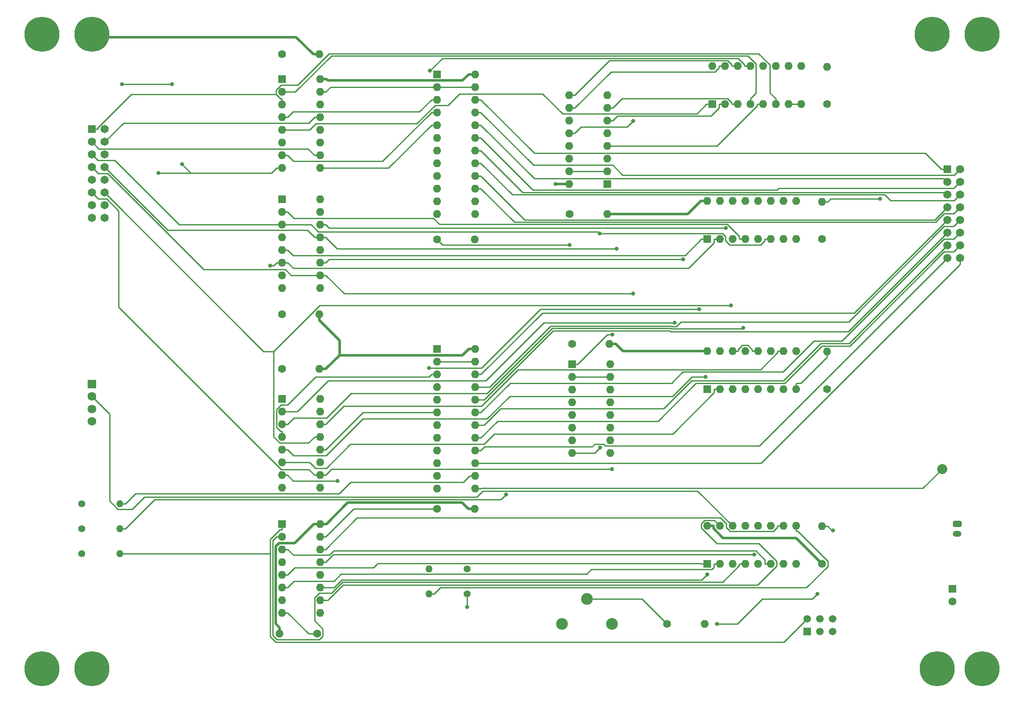
<source format=gbr>
%TF.GenerationSoftware,KiCad,Pcbnew,(5.1.10)-1*%
%TF.CreationDate,2021-10-27T19:24:49+02:00*%
%TF.ProjectId,Program Counter,50726f67-7261-46d2-9043-6f756e746572,rev1.0*%
%TF.SameCoordinates,Original*%
%TF.FileFunction,Copper,L1,Top*%
%TF.FilePolarity,Positive*%
%FSLAX46Y46*%
G04 Gerber Fmt 4.6, Leading zero omitted, Abs format (unit mm)*
G04 Created by KiCad (PCBNEW (5.1.10)-1) date 2021-10-27 19:24:49*
%MOMM*%
%LPD*%
G01*
G04 APERTURE LIST*
%TA.AperFunction,ComponentPad*%
%ADD10O,1.750000X1.200000*%
%TD*%
%TA.AperFunction,ComponentPad*%
%ADD11C,2.000000*%
%TD*%
%TA.AperFunction,ComponentPad*%
%ADD12C,1.500000*%
%TD*%
%TA.AperFunction,ComponentPad*%
%ADD13R,1.500000X1.500000*%
%TD*%
%TA.AperFunction,ComponentPad*%
%ADD14C,1.650000*%
%TD*%
%TA.AperFunction,ComponentPad*%
%ADD15R,1.650000X1.650000*%
%TD*%
%TA.AperFunction,ComponentPad*%
%ADD16C,7.000000*%
%TD*%
%TA.AperFunction,ComponentPad*%
%ADD17C,0.800000*%
%TD*%
%TA.AperFunction,ComponentPad*%
%ADD18C,1.600000*%
%TD*%
%TA.AperFunction,ComponentPad*%
%ADD19O,1.600000X1.600000*%
%TD*%
%TA.AperFunction,ComponentPad*%
%ADD20R,1.600000X1.600000*%
%TD*%
%TA.AperFunction,ComponentPad*%
%ADD21C,1.400000*%
%TD*%
%TA.AperFunction,ComponentPad*%
%ADD22O,1.400000X1.400000*%
%TD*%
%TA.AperFunction,ComponentPad*%
%ADD23C,2.340000*%
%TD*%
%TA.AperFunction,ComponentPad*%
%ADD24R,1.750000X1.750000*%
%TD*%
%TA.AperFunction,ComponentPad*%
%ADD25C,1.750000*%
%TD*%
%TA.AperFunction,ViaPad*%
%ADD26C,0.800000*%
%TD*%
%TA.AperFunction,Conductor*%
%ADD27C,0.254000*%
%TD*%
%TA.AperFunction,Conductor*%
%ADD28C,0.508000*%
%TD*%
G04 APERTURE END LIST*
D10*
%TO.P,J5,2*%
%TO.N,+5V*%
X229000000Y-125000000D03*
%TO.P,J5,1*%
%TO.N,GNDREF*%
%TA.AperFunction,ComponentPad*%
G36*
G01*
X228374999Y-122400000D02*
X229625001Y-122400000D01*
G75*
G02*
X229875000Y-122649999I0J-249999D01*
G01*
X229875000Y-123350001D01*
G75*
G02*
X229625001Y-123600000I-249999J0D01*
G01*
X228374999Y-123600000D01*
G75*
G02*
X228125000Y-123350001I0J249999D01*
G01*
X228125000Y-122649999D01*
G75*
G02*
X228374999Y-122400000I249999J0D01*
G01*
G37*
%TD.AperFunction*%
%TD*%
D11*
%TO.P,J4,1*%
%TO.N,CLK*%
X226000000Y-112000000D03*
%TD*%
D12*
%TO.P,J6,6*%
%TO.N,Net-(J6-Pad6)*%
X204080000Y-142000000D03*
%TO.P,J6,5*%
%TO.N,Net-(J6-Pad5)*%
X201540000Y-142000000D03*
%TO.P,J6,4*%
%TO.N,JMP_ABS*%
X199000000Y-142000000D03*
%TO.P,J6,3*%
%TO.N,~STALL*%
X204080000Y-144540000D03*
%TO.P,J6,2*%
%TO.N,REL_SIGN*%
X201540000Y-144540000D03*
D13*
%TO.P,J6,1*%
%TO.N,JMP_IN*%
X199000000Y-144540000D03*
%TD*%
D14*
%TO.P,J2,16*%
%TO.N,/OFF15*%
X58540000Y-61780000D03*
%TO.P,J2,15*%
%TO.N,/OFF14*%
X56000000Y-61780000D03*
%TO.P,J2,14*%
%TO.N,/OFF13*%
X58540000Y-59240000D03*
%TO.P,J2,13*%
%TO.N,/OFF12*%
X56000000Y-59240000D03*
%TO.P,J2,12*%
%TO.N,/OFF11*%
X58540000Y-56700000D03*
%TO.P,J2,11*%
%TO.N,/OFF10*%
X56000000Y-56700000D03*
%TO.P,J2,10*%
%TO.N,/OFF9*%
X58540000Y-54160000D03*
%TO.P,J2,9*%
%TO.N,/OFF8*%
X56000000Y-54160000D03*
%TO.P,J2,8*%
%TO.N,/OFF7*%
X58540000Y-51620000D03*
%TO.P,J2,7*%
%TO.N,/OFF6*%
X56000000Y-51620000D03*
%TO.P,J2,6*%
%TO.N,/OFF5*%
X58540000Y-49080000D03*
%TO.P,J2,5*%
%TO.N,/OFF4*%
X56000000Y-49080000D03*
%TO.P,J2,4*%
%TO.N,/OFF3*%
X58540000Y-46540000D03*
%TO.P,J2,3*%
%TO.N,/OFF2*%
X56000000Y-46540000D03*
%TO.P,J2,2*%
%TO.N,/OFF1*%
X58540000Y-44000000D03*
D15*
%TO.P,J2,1*%
%TO.N,/OFF0*%
X56000000Y-44000000D03*
%TD*%
D14*
%TO.P,J1,16*%
%TO.N,/O15*%
X229540000Y-69780000D03*
%TO.P,J1,15*%
%TO.N,/O14*%
X227000000Y-69780000D03*
%TO.P,J1,14*%
%TO.N,/O13*%
X229540000Y-67240000D03*
%TO.P,J1,13*%
%TO.N,/O12*%
X227000000Y-67240000D03*
%TO.P,J1,12*%
%TO.N,/O11*%
X229540000Y-64700000D03*
%TO.P,J1,11*%
%TO.N,/O10*%
X227000000Y-64700000D03*
%TO.P,J1,10*%
%TO.N,/O9*%
X229540000Y-62160000D03*
%TO.P,J1,9*%
%TO.N,/O8*%
X227000000Y-62160000D03*
%TO.P,J1,8*%
%TO.N,/O7*%
X229540000Y-59620000D03*
%TO.P,J1,7*%
%TO.N,/O6*%
X227000000Y-59620000D03*
%TO.P,J1,6*%
%TO.N,/O5*%
X229540000Y-57080000D03*
%TO.P,J1,5*%
%TO.N,/O4*%
X227000000Y-57080000D03*
%TO.P,J1,4*%
%TO.N,/O3*%
X229540000Y-54540000D03*
%TO.P,J1,3*%
%TO.N,/O2*%
X227000000Y-54540000D03*
%TO.P,J1,2*%
%TO.N,/O1*%
X229540000Y-52000000D03*
D15*
%TO.P,J1,1*%
%TO.N,/O0*%
X227000000Y-52000000D03*
%TD*%
D16*
%TO.P,H8,1*%
%TO.N,GNDREF*%
X56000000Y-152000000D03*
D17*
X58625000Y-152000000D03*
X57856155Y-153856155D03*
X56000000Y-154625000D03*
X54143845Y-153856155D03*
X53375000Y-152000000D03*
X54143845Y-150143845D03*
X56000000Y-149375000D03*
X57856155Y-150143845D03*
%TD*%
D16*
%TO.P,H7,1*%
%TO.N,GNDREF*%
X224000000Y-25000000D03*
D17*
X226625000Y-25000000D03*
X225856155Y-26856155D03*
X224000000Y-27625000D03*
X222143845Y-26856155D03*
X221375000Y-25000000D03*
X222143845Y-23143845D03*
X224000000Y-22375000D03*
X225856155Y-23143845D03*
%TD*%
D16*
%TO.P,H6,1*%
%TO.N,+5V*%
X56000000Y-25000000D03*
D17*
X58625000Y-25000000D03*
X57856155Y-26856155D03*
X56000000Y-27625000D03*
X54143845Y-26856155D03*
X53375000Y-25000000D03*
X54143845Y-23143845D03*
X56000000Y-22375000D03*
X57856155Y-23143845D03*
%TD*%
D16*
%TO.P,H5,1*%
%TO.N,+5V*%
X225000000Y-152000000D03*
D17*
X227625000Y-152000000D03*
X226856155Y-153856155D03*
X225000000Y-154625000D03*
X223143845Y-153856155D03*
X222375000Y-152000000D03*
X223143845Y-150143845D03*
X225000000Y-149375000D03*
X226856155Y-150143845D03*
%TD*%
D16*
%TO.P,H4,1*%
%TO.N,N/C*%
X234000000Y-25000000D03*
D17*
X236625000Y-25000000D03*
X235856155Y-26856155D03*
X234000000Y-27625000D03*
X232143845Y-26856155D03*
X231375000Y-25000000D03*
X232143845Y-23143845D03*
X234000000Y-22375000D03*
X235856155Y-23143845D03*
%TD*%
D16*
%TO.P,H3,1*%
%TO.N,N/C*%
X234000000Y-152000000D03*
D17*
X236625000Y-152000000D03*
X235856155Y-153856155D03*
X234000000Y-154625000D03*
X232143845Y-153856155D03*
X231375000Y-152000000D03*
X232143845Y-150143845D03*
X234000000Y-149375000D03*
X235856155Y-150143845D03*
%TD*%
D16*
%TO.P,H2,1*%
%TO.N,N/C*%
X46000000Y-152000000D03*
D17*
X48625000Y-152000000D03*
X47856155Y-153856155D03*
X46000000Y-154625000D03*
X44143845Y-153856155D03*
X43375000Y-152000000D03*
X44143845Y-150143845D03*
X46000000Y-149375000D03*
X47856155Y-150143845D03*
%TD*%
D16*
%TO.P,H1,1*%
%TO.N,N/C*%
X46000000Y-25000000D03*
D17*
X48625000Y-25000000D03*
X47856155Y-26856155D03*
X46000000Y-27625000D03*
X44143845Y-26856155D03*
X43375000Y-25000000D03*
X44143845Y-23143845D03*
X46000000Y-22375000D03*
X47856155Y-23143845D03*
%TD*%
D18*
%TO.P,C13,1*%
%TO.N,GNDREF*%
X152000000Y-87000000D03*
D19*
%TO.P,C13,2*%
%TO.N,+5V*%
X159500000Y-87000000D03*
%TD*%
D18*
%TO.P,C12,1*%
%TO.N,GNDREF*%
X151500000Y-61000000D03*
D19*
%TO.P,C12,2*%
%TO.N,+5V*%
X159000000Y-61000000D03*
%TD*%
D18*
%TO.P,C11,1*%
%TO.N,GNDREF*%
X101000000Y-145000000D03*
D19*
%TO.P,C11,2*%
%TO.N,+5V*%
X93500000Y-145000000D03*
%TD*%
D18*
%TO.P,C10,1*%
%TO.N,GNDREF*%
X94000000Y-92000000D03*
D19*
%TO.P,C10,2*%
%TO.N,+5V*%
X101500000Y-92000000D03*
%TD*%
D18*
%TO.P,C9,1*%
%TO.N,GNDREF*%
X94000000Y-81000000D03*
D19*
%TO.P,C9,2*%
%TO.N,+5V*%
X101500000Y-81000000D03*
%TD*%
D18*
%TO.P,C8,1*%
%TO.N,GNDREF*%
X94000000Y-29000000D03*
D19*
%TO.P,C8,2*%
%TO.N,+5V*%
X101500000Y-29000000D03*
%TD*%
D18*
%TO.P,C7,1*%
%TO.N,+5V*%
X202000000Y-131000000D03*
D19*
%TO.P,C7,2*%
%TO.N,GNDREF*%
X202000000Y-123500000D03*
%TD*%
D18*
%TO.P,C6,1*%
%TO.N,+5V*%
X203000000Y-96000000D03*
D19*
%TO.P,C6,2*%
%TO.N,GNDREF*%
X203000000Y-88500000D03*
%TD*%
D18*
%TO.P,C5,1*%
%TO.N,+5V*%
X202000000Y-66000000D03*
D19*
%TO.P,C5,2*%
%TO.N,GNDREF*%
X202000000Y-58500000D03*
%TD*%
D18*
%TO.P,C4,1*%
%TO.N,+5V*%
X203000000Y-39000000D03*
D19*
%TO.P,C4,2*%
%TO.N,GNDREF*%
X203000000Y-31500000D03*
%TD*%
D18*
%TO.P,C3,1*%
%TO.N,~PC_CLR*%
X171000000Y-143000000D03*
D19*
%TO.P,C3,2*%
%TO.N,GNDREF*%
X178500000Y-143000000D03*
%TD*%
D18*
%TO.P,C2,1*%
%TO.N,GNDREF*%
X125000000Y-120000000D03*
D19*
%TO.P,C2,2*%
%TO.N,+5V*%
X132500000Y-120000000D03*
%TD*%
D18*
%TO.P,C1,1*%
%TO.N,GNDREF*%
X125000000Y-66040000D03*
D19*
%TO.P,C1,2*%
%TO.N,+5V*%
X132500000Y-66040000D03*
%TD*%
D20*
%TO.P,REG8.2,1*%
%TO.N,GNDREF*%
X125000000Y-88000000D03*
D19*
%TO.P,REG8.2,13*%
%TO.N,CLK*%
X132620000Y-115940000D03*
%TO.P,REG8.2,2*%
%TO.N,GNDREF*%
X125000000Y-90540000D03*
%TO.P,REG8.2,14*%
%TO.N,~STALL*%
X132620000Y-113400000D03*
%TO.P,REG8.2,3*%
%TO.N,/N8*%
X125000000Y-93080000D03*
%TO.P,REG8.2,15*%
%TO.N,/O15*%
X132620000Y-110860000D03*
%TO.P,REG8.2,4*%
%TO.N,/N9*%
X125000000Y-95620000D03*
%TO.P,REG8.2,16*%
%TO.N,/O14*%
X132620000Y-108320000D03*
%TO.P,REG8.2,5*%
%TO.N,/N10*%
X125000000Y-98160000D03*
%TO.P,REG8.2,17*%
%TO.N,/O13*%
X132620000Y-105780000D03*
%TO.P,REG8.2,6*%
%TO.N,/N11*%
X125000000Y-100700000D03*
%TO.P,REG8.2,18*%
%TO.N,/O12*%
X132620000Y-103240000D03*
%TO.P,REG8.2,7*%
%TO.N,/N12*%
X125000000Y-103240000D03*
%TO.P,REG8.2,19*%
%TO.N,/O11*%
X132620000Y-100700000D03*
%TO.P,REG8.2,8*%
%TO.N,/N13*%
X125000000Y-105780000D03*
%TO.P,REG8.2,20*%
%TO.N,/O10*%
X132620000Y-98160000D03*
%TO.P,REG8.2,9*%
%TO.N,/N14*%
X125000000Y-108320000D03*
%TO.P,REG8.2,21*%
%TO.N,/O9*%
X132620000Y-95620000D03*
%TO.P,REG8.2,10*%
%TO.N,/N15*%
X125000000Y-110860000D03*
%TO.P,REG8.2,22*%
%TO.N,/O8*%
X132620000Y-93080000D03*
%TO.P,REG8.2,11*%
%TO.N,~PC_CLR*%
X125000000Y-113400000D03*
%TO.P,REG8.2,23*%
%TO.N,GNDREF*%
X132620000Y-90540000D03*
%TO.P,REG8.2,12*%
X125000000Y-115940000D03*
%TO.P,REG8.2,24*%
%TO.N,+5V*%
X132620000Y-88000000D03*
%TD*%
D20*
%TO.P,REG8.1,1*%
%TO.N,GNDREF*%
X125000000Y-33000000D03*
D19*
%TO.P,REG8.1,13*%
%TO.N,CLK*%
X132620000Y-60940000D03*
%TO.P,REG8.1,2*%
%TO.N,GNDREF*%
X125000000Y-35540000D03*
%TO.P,REG8.1,14*%
%TO.N,~STALL*%
X132620000Y-58400000D03*
%TO.P,REG8.1,3*%
%TO.N,/N0*%
X125000000Y-38080000D03*
%TO.P,REG8.1,15*%
%TO.N,/O7*%
X132620000Y-55860000D03*
%TO.P,REG8.1,4*%
%TO.N,/N1*%
X125000000Y-40620000D03*
%TO.P,REG8.1,16*%
%TO.N,/O6*%
X132620000Y-53320000D03*
%TO.P,REG8.1,5*%
%TO.N,/N2*%
X125000000Y-43160000D03*
%TO.P,REG8.1,17*%
%TO.N,/O5*%
X132620000Y-50780000D03*
%TO.P,REG8.1,6*%
%TO.N,/N3*%
X125000000Y-45700000D03*
%TO.P,REG8.1,18*%
%TO.N,/O4*%
X132620000Y-48240000D03*
%TO.P,REG8.1,7*%
%TO.N,/N4*%
X125000000Y-48240000D03*
%TO.P,REG8.1,19*%
%TO.N,/O3*%
X132620000Y-45700000D03*
%TO.P,REG8.1,8*%
%TO.N,/N5*%
X125000000Y-50780000D03*
%TO.P,REG8.1,20*%
%TO.N,/O2*%
X132620000Y-43160000D03*
%TO.P,REG8.1,9*%
%TO.N,/N6*%
X125000000Y-53320000D03*
%TO.P,REG8.1,21*%
%TO.N,/O1*%
X132620000Y-40620000D03*
%TO.P,REG8.1,10*%
%TO.N,/N7*%
X125000000Y-55860000D03*
%TO.P,REG8.1,22*%
%TO.N,/O0*%
X132620000Y-38080000D03*
%TO.P,REG8.1,11*%
%TO.N,~PC_CLR*%
X125000000Y-58400000D03*
%TO.P,REG8.1,23*%
%TO.N,GNDREF*%
X132620000Y-35540000D03*
%TO.P,REG8.1,12*%
X125000000Y-60940000D03*
%TO.P,REG8.1,24*%
%TO.N,+5V*%
X132620000Y-33000000D03*
%TD*%
D21*
%TO.P,R14,1*%
%TO.N,GNDREF*%
X54000000Y-124000000D03*
D22*
%TO.P,R14,2*%
%TO.N,JMP_IN*%
X61620000Y-124000000D03*
%TD*%
D21*
%TO.P,R10,1*%
%TO.N,GNDREF*%
X131000000Y-137000000D03*
D22*
%TO.P,R10,2*%
%TO.N,Net-(ADD4.4-Pad9)*%
X123380000Y-137000000D03*
%TD*%
D21*
%TO.P,R6,1*%
%TO.N,+5V*%
X131000000Y-132000000D03*
D22*
%TO.P,R6,2*%
%TO.N,Net-(POT1-Pad1)*%
X123380000Y-132000000D03*
%TD*%
D21*
%TO.P,R5,1*%
%TO.N,GNDREF*%
X54000000Y-119000000D03*
D22*
%TO.P,R5,2*%
%TO.N,~STALL*%
X61620000Y-119000000D03*
%TD*%
D21*
%TO.P,R4,1*%
%TO.N,GNDREF*%
X54000000Y-129000000D03*
D22*
%TO.P,R4,2*%
%TO.N,JMP_ABS*%
X61620000Y-129000000D03*
%TD*%
D23*
%TO.P,POT1,3*%
%TO.N,Net-(POT1-Pad3)*%
X160000000Y-143000000D03*
%TO.P,POT1,2*%
%TO.N,~PC_CLR*%
X155000000Y-138000000D03*
%TO.P,POT1,1*%
%TO.N,Net-(POT1-Pad1)*%
X150000000Y-143000000D03*
%TD*%
D20*
%TO.P,MUXB2,1*%
%TO.N,JMP_IN*%
X152000000Y-91000000D03*
D19*
%TO.P,MUXB2,9*%
%TO.N,/R6*%
X159620000Y-108780000D03*
%TO.P,MUXB2,2*%
%TO.N,GNDREF*%
X152000000Y-93540000D03*
%TO.P,MUXB2,10*%
%TO.N,/OFF6*%
X159620000Y-106240000D03*
%TO.P,MUXB2,3*%
%TO.N,/OFF4*%
X152000000Y-96080000D03*
%TO.P,MUXB2,11*%
%TO.N,GNDREF*%
X159620000Y-103700000D03*
%TO.P,MUXB2,4*%
%TO.N,/R4*%
X152000000Y-98620000D03*
%TO.P,MUXB2,12*%
%TO.N,/R7*%
X159620000Y-101160000D03*
%TO.P,MUXB2,5*%
%TO.N,GNDREF*%
X152000000Y-101160000D03*
%TO.P,MUXB2,13*%
%TO.N,/OFF7*%
X159620000Y-98620000D03*
%TO.P,MUXB2,6*%
%TO.N,/OFF5*%
X152000000Y-103700000D03*
%TO.P,MUXB2,14*%
%TO.N,GNDREF*%
X159620000Y-96080000D03*
%TO.P,MUXB2,7*%
%TO.N,/R5*%
X152000000Y-106240000D03*
%TO.P,MUXB2,15*%
%TO.N,GNDREF*%
X159620000Y-93540000D03*
%TO.P,MUXB2,8*%
X152000000Y-108780000D03*
%TO.P,MUXB2,16*%
%TO.N,+5V*%
X159620000Y-91000000D03*
%TD*%
D20*
%TO.P,MUXB1,1*%
%TO.N,JMP_IN*%
X159000000Y-55000000D03*
D19*
%TO.P,MUXB1,9*%
%TO.N,/R2*%
X151380000Y-37220000D03*
%TO.P,MUXB1,2*%
%TO.N,GNDREF*%
X159000000Y-52460000D03*
%TO.P,MUXB1,10*%
%TO.N,/OFF2*%
X151380000Y-39760000D03*
%TO.P,MUXB1,3*%
%TO.N,/OFF0*%
X159000000Y-49920000D03*
%TO.P,MUXB1,11*%
%TO.N,GNDREF*%
X151380000Y-42300000D03*
%TO.P,MUXB1,4*%
%TO.N,/R0*%
X159000000Y-47380000D03*
%TO.P,MUXB1,12*%
%TO.N,/R3*%
X151380000Y-44840000D03*
%TO.P,MUXB1,5*%
%TO.N,+5V*%
X159000000Y-44840000D03*
%TO.P,MUXB1,13*%
%TO.N,/OFF3*%
X151380000Y-47380000D03*
%TO.P,MUXB1,6*%
%TO.N,/OFF1*%
X159000000Y-42300000D03*
%TO.P,MUXB1,14*%
%TO.N,GNDREF*%
X151380000Y-49920000D03*
%TO.P,MUXB1,7*%
%TO.N,/R1*%
X159000000Y-39760000D03*
%TO.P,MUXB1,15*%
%TO.N,GNDREF*%
X151380000Y-52460000D03*
%TO.P,MUXB1,8*%
X159000000Y-37220000D03*
%TO.P,MUXB1,16*%
%TO.N,+5V*%
X151380000Y-55000000D03*
%TD*%
D20*
%TO.P,MUXA4,1*%
%TO.N,JMP_ABS*%
X94000000Y-123000000D03*
D19*
%TO.P,MUXA4,9*%
%TO.N,/N14*%
X101620000Y-140780000D03*
%TO.P,MUXA4,2*%
%TO.N,/S12*%
X94000000Y-125540000D03*
%TO.P,MUXA4,10*%
%TO.N,/OFF14*%
X101620000Y-138240000D03*
%TO.P,MUXA4,3*%
%TO.N,/OFF12*%
X94000000Y-128080000D03*
%TO.P,MUXA4,11*%
%TO.N,/S14*%
X101620000Y-135700000D03*
%TO.P,MUXA4,4*%
%TO.N,/N12*%
X94000000Y-130620000D03*
%TO.P,MUXA4,12*%
%TO.N,/N15*%
X101620000Y-133160000D03*
%TO.P,MUXA4,5*%
%TO.N,/S13*%
X94000000Y-133160000D03*
%TO.P,MUXA4,13*%
%TO.N,/OFF15*%
X101620000Y-130620000D03*
%TO.P,MUXA4,6*%
%TO.N,/OFF13*%
X94000000Y-135700000D03*
%TO.P,MUXA4,14*%
%TO.N,/S15*%
X101620000Y-128080000D03*
%TO.P,MUXA4,7*%
%TO.N,/N13*%
X94000000Y-138240000D03*
%TO.P,MUXA4,15*%
%TO.N,GNDREF*%
X101620000Y-125540000D03*
%TO.P,MUXA4,8*%
X94000000Y-140780000D03*
%TO.P,MUXA4,16*%
%TO.N,+5V*%
X101620000Y-123000000D03*
%TD*%
D20*
%TO.P,MUXA3,1*%
%TO.N,JMP_ABS*%
X94000000Y-98000000D03*
D19*
%TO.P,MUXA3,9*%
%TO.N,/N10*%
X101620000Y-115780000D03*
%TO.P,MUXA3,2*%
%TO.N,/S8*%
X94000000Y-100540000D03*
%TO.P,MUXA3,10*%
%TO.N,/OFF10*%
X101620000Y-113240000D03*
%TO.P,MUXA3,3*%
%TO.N,/OFF8*%
X94000000Y-103080000D03*
%TO.P,MUXA3,11*%
%TO.N,/S10*%
X101620000Y-110700000D03*
%TO.P,MUXA3,4*%
%TO.N,/N8*%
X94000000Y-105620000D03*
%TO.P,MUXA3,12*%
%TO.N,/N11*%
X101620000Y-108160000D03*
%TO.P,MUXA3,5*%
%TO.N,/S9*%
X94000000Y-108160000D03*
%TO.P,MUXA3,13*%
%TO.N,/OFF11*%
X101620000Y-105620000D03*
%TO.P,MUXA3,6*%
%TO.N,/OFF9*%
X94000000Y-110700000D03*
%TO.P,MUXA3,14*%
%TO.N,/S11*%
X101620000Y-103080000D03*
%TO.P,MUXA3,7*%
%TO.N,/N9*%
X94000000Y-113240000D03*
%TO.P,MUXA3,15*%
%TO.N,GNDREF*%
X101620000Y-100540000D03*
%TO.P,MUXA3,8*%
X94000000Y-115780000D03*
%TO.P,MUXA3,16*%
%TO.N,+5V*%
X101620000Y-98000000D03*
%TD*%
D20*
%TO.P,MUXA2,1*%
%TO.N,JMP_ABS*%
X94000000Y-58000000D03*
D19*
%TO.P,MUXA2,9*%
%TO.N,/N6*%
X101620000Y-75780000D03*
%TO.P,MUXA2,2*%
%TO.N,/S4*%
X94000000Y-60540000D03*
%TO.P,MUXA2,10*%
%TO.N,/OFF6*%
X101620000Y-73240000D03*
%TO.P,MUXA2,3*%
%TO.N,/OFF4*%
X94000000Y-63080000D03*
%TO.P,MUXA2,11*%
%TO.N,/S6*%
X101620000Y-70700000D03*
%TO.P,MUXA2,4*%
%TO.N,/N4*%
X94000000Y-65620000D03*
%TO.P,MUXA2,12*%
%TO.N,/N7*%
X101620000Y-68160000D03*
%TO.P,MUXA2,5*%
%TO.N,/S5*%
X94000000Y-68160000D03*
%TO.P,MUXA2,13*%
%TO.N,/OFF7*%
X101620000Y-65620000D03*
%TO.P,MUXA2,6*%
%TO.N,/OFF5*%
X94000000Y-70700000D03*
%TO.P,MUXA2,14*%
%TO.N,/S7*%
X101620000Y-63080000D03*
%TO.P,MUXA2,7*%
%TO.N,/N5*%
X94000000Y-73240000D03*
%TO.P,MUXA2,15*%
%TO.N,Net-(MUXA2-Pad15)*%
X101620000Y-60540000D03*
%TO.P,MUXA2,8*%
%TO.N,GNDREF*%
X94000000Y-75780000D03*
%TO.P,MUXA2,16*%
%TO.N,+5V*%
X101620000Y-58000000D03*
%TD*%
D20*
%TO.P,MUXA1,1*%
%TO.N,JMP_ABS*%
X94000000Y-34000000D03*
D19*
%TO.P,MUXA1,9*%
%TO.N,/N2*%
X101620000Y-51780000D03*
%TO.P,MUXA1,2*%
%TO.N,/S0*%
X94000000Y-36540000D03*
%TO.P,MUXA1,10*%
%TO.N,/OFF2*%
X101620000Y-49240000D03*
%TO.P,MUXA1,3*%
%TO.N,/OFF0*%
X94000000Y-39080000D03*
%TO.P,MUXA1,11*%
%TO.N,/S2*%
X101620000Y-46700000D03*
%TO.P,MUXA1,4*%
%TO.N,/N0*%
X94000000Y-41620000D03*
%TO.P,MUXA1,12*%
%TO.N,/N3*%
X101620000Y-44160000D03*
%TO.P,MUXA1,5*%
%TO.N,/S1*%
X94000000Y-44160000D03*
%TO.P,MUXA1,13*%
%TO.N,/OFF3*%
X101620000Y-41620000D03*
%TO.P,MUXA1,6*%
%TO.N,/OFF1*%
X94000000Y-46700000D03*
%TO.P,MUXA1,14*%
%TO.N,/S3*%
X101620000Y-39080000D03*
%TO.P,MUXA1,7*%
%TO.N,/N1*%
X94000000Y-49240000D03*
%TO.P,MUXA1,15*%
%TO.N,GNDREF*%
X101620000Y-36540000D03*
%TO.P,MUXA1,8*%
X94000000Y-51780000D03*
%TO.P,MUXA1,16*%
%TO.N,+5V*%
X101620000Y-34000000D03*
%TD*%
D24*
%TO.P,J3,1*%
%TO.N,JMP_IN*%
X56000000Y-95000000D03*
D25*
%TO.P,J3,2*%
%TO.N,REL_SIGN*%
X56000000Y-97500000D03*
%TO.P,J3,3*%
%TO.N,~STALL*%
X56000000Y-100000000D03*
%TO.P,J3,4*%
%TO.N,JMP_ABS*%
X56000000Y-102500000D03*
%TD*%
D20*
%TO.P,C_BOARD1,1*%
%TO.N,+5V*%
X228000000Y-136000000D03*
D18*
%TO.P,C_BOARD1,2*%
%TO.N,GNDREF*%
X228000000Y-138500000D03*
%TD*%
D20*
%TO.P,ADD4.2,1*%
%TO.N,/S5*%
X179000000Y-66000000D03*
D19*
%TO.P,ADD4.2,9*%
%TO.N,Net-(ADD4.2-Pad9)*%
X196780000Y-58380000D03*
%TO.P,ADD4.2,2*%
%TO.N,/OFF5*%
X181540000Y-66000000D03*
%TO.P,ADD4.2,10*%
%TO.N,/S7*%
X194240000Y-58380000D03*
%TO.P,ADD4.2,3*%
%TO.N,/R5*%
X184080000Y-66000000D03*
%TO.P,ADD4.2,11*%
%TO.N,/OFF7*%
X191700000Y-58380000D03*
%TO.P,ADD4.2,4*%
%TO.N,/S4*%
X186620000Y-66000000D03*
%TO.P,ADD4.2,12*%
%TO.N,/R7*%
X189160000Y-58380000D03*
%TO.P,ADD4.2,5*%
%TO.N,/R4*%
X189160000Y-66000000D03*
%TO.P,ADD4.2,13*%
%TO.N,/S6*%
X186620000Y-58380000D03*
%TO.P,ADD4.2,6*%
%TO.N,/OFF4*%
X191700000Y-66000000D03*
%TO.P,ADD4.2,14*%
%TO.N,/R6*%
X184080000Y-58380000D03*
%TO.P,ADD4.2,7*%
%TO.N,Net-(ADD4.1-Pad9)*%
X194240000Y-66000000D03*
%TO.P,ADD4.2,15*%
%TO.N,/OFF6*%
X181540000Y-58380000D03*
%TO.P,ADD4.2,8*%
%TO.N,GNDREF*%
X196780000Y-66000000D03*
%TO.P,ADD4.2,16*%
%TO.N,+5V*%
X179000000Y-58380000D03*
%TD*%
D20*
%TO.P,ADD4.1,1*%
%TO.N,/S1*%
X180000000Y-39000000D03*
D19*
%TO.P,ADD4.1,9*%
%TO.N,Net-(ADD4.1-Pad9)*%
X197780000Y-31380000D03*
%TO.P,ADD4.1,2*%
%TO.N,/OFF1*%
X182540000Y-39000000D03*
%TO.P,ADD4.1,10*%
%TO.N,/S3*%
X195240000Y-31380000D03*
%TO.P,ADD4.1,3*%
%TO.N,/R1*%
X185080000Y-39000000D03*
%TO.P,ADD4.1,11*%
%TO.N,/OFF3*%
X192700000Y-31380000D03*
%TO.P,ADD4.1,4*%
%TO.N,/S0*%
X187620000Y-39000000D03*
%TO.P,ADD4.1,12*%
%TO.N,/R3*%
X190160000Y-31380000D03*
%TO.P,ADD4.1,5*%
%TO.N,/R0*%
X190160000Y-39000000D03*
%TO.P,ADD4.1,13*%
%TO.N,/S2*%
X187620000Y-31380000D03*
%TO.P,ADD4.1,6*%
%TO.N,/OFF0*%
X192700000Y-39000000D03*
%TO.P,ADD4.1,14*%
%TO.N,/R2*%
X185080000Y-31380000D03*
%TO.P,ADD4.1,7*%
%TO.N,GNDREF*%
X195240000Y-39000000D03*
%TO.P,ADD4.1,15*%
%TO.N,/OFF2*%
X182540000Y-31380000D03*
%TO.P,ADD4.1,8*%
%TO.N,GNDREF*%
X197780000Y-39000000D03*
%TO.P,ADD4.1,16*%
%TO.N,+5V*%
X180000000Y-31380000D03*
%TD*%
D20*
%TO.P,ADD4.3,1*%
%TO.N,/S9*%
X179000000Y-96000000D03*
D19*
%TO.P,ADD4.3,9*%
%TO.N,Net-(ADD4.3-Pad9)*%
X196780000Y-88380000D03*
%TO.P,ADD4.3,2*%
%TO.N,/OFF9*%
X181540000Y-96000000D03*
%TO.P,ADD4.3,10*%
%TO.N,/S11*%
X194240000Y-88380000D03*
%TO.P,ADD4.3,3*%
%TO.N,REL_SIGN*%
X184080000Y-96000000D03*
%TO.P,ADD4.3,11*%
%TO.N,/OFF11*%
X191700000Y-88380000D03*
%TO.P,ADD4.3,4*%
%TO.N,/S8*%
X186620000Y-96000000D03*
%TO.P,ADD4.3,12*%
%TO.N,REL_SIGN*%
X189160000Y-88380000D03*
%TO.P,ADD4.3,5*%
X189160000Y-96000000D03*
%TO.P,ADD4.3,13*%
%TO.N,/S10*%
X186620000Y-88380000D03*
%TO.P,ADD4.3,6*%
%TO.N,/OFF8*%
X191700000Y-96000000D03*
%TO.P,ADD4.3,14*%
%TO.N,REL_SIGN*%
X184080000Y-88380000D03*
%TO.P,ADD4.3,7*%
%TO.N,Net-(ADD4.2-Pad9)*%
X194240000Y-96000000D03*
%TO.P,ADD4.3,15*%
%TO.N,/OFF10*%
X181540000Y-88380000D03*
%TO.P,ADD4.3,8*%
%TO.N,GNDREF*%
X196780000Y-96000000D03*
%TO.P,ADD4.3,16*%
%TO.N,+5V*%
X179000000Y-88380000D03*
%TD*%
D20*
%TO.P,ADD4.4,1*%
%TO.N,/S13*%
X179000000Y-131000000D03*
D19*
%TO.P,ADD4.4,9*%
%TO.N,Net-(ADD4.4-Pad9)*%
X196780000Y-123380000D03*
%TO.P,ADD4.4,2*%
%TO.N,/OFF13*%
X181540000Y-131000000D03*
%TO.P,ADD4.4,10*%
%TO.N,/S15*%
X194240000Y-123380000D03*
%TO.P,ADD4.4,3*%
%TO.N,REL_SIGN*%
X184080000Y-131000000D03*
%TO.P,ADD4.4,11*%
%TO.N,/OFF15*%
X191700000Y-123380000D03*
%TO.P,ADD4.4,4*%
%TO.N,/S12*%
X186620000Y-131000000D03*
%TO.P,ADD4.4,12*%
%TO.N,REL_SIGN*%
X189160000Y-123380000D03*
%TO.P,ADD4.4,5*%
X189160000Y-131000000D03*
%TO.P,ADD4.4,13*%
%TO.N,/S14*%
X186620000Y-123380000D03*
%TO.P,ADD4.4,6*%
%TO.N,/OFF12*%
X191700000Y-131000000D03*
%TO.P,ADD4.4,14*%
%TO.N,REL_SIGN*%
X184080000Y-123380000D03*
%TO.P,ADD4.4,7*%
%TO.N,Net-(ADD4.3-Pad9)*%
X194240000Y-131000000D03*
%TO.P,ADD4.4,15*%
%TO.N,/OFF14*%
X181540000Y-123380000D03*
%TO.P,ADD4.4,8*%
%TO.N,GNDREF*%
X196780000Y-131000000D03*
%TO.P,ADD4.4,16*%
%TO.N,+5V*%
X179000000Y-123380000D03*
%TD*%
D26*
%TO.N,/OFF15*%
X188434500Y-129143000D03*
%TO.N,/S14*%
X179026300Y-133070800D03*
%TO.N,+5V*%
X148674500Y-55000000D03*
%TO.N,/S9*%
X178646500Y-93577700D03*
%TO.N,/OFF11*%
X183728100Y-79280800D03*
%TO.N,/S8*%
X172504800Y-82771700D03*
%TO.N,/S10*%
X123384900Y-91810000D03*
X177449500Y-80055000D03*
%TO.N,/OFF8*%
X186195600Y-83775400D03*
%TO.N,/OFF10*%
X159935700Y-112063400D03*
%TO.N,/R3*%
X164180900Y-42370900D03*
%TO.N,/S2*%
X123585000Y-32272500D03*
%TO.N,/OFF5*%
X91602900Y-71293600D03*
%TO.N,/S7*%
X182744900Y-63772000D03*
%TO.N,/OFF7*%
X160869500Y-67932600D03*
%TO.N,/S6*%
X174196100Y-70039600D03*
%TO.N,/OFF4*%
X157489600Y-64855800D03*
%TO.N,/OFF6*%
X164219000Y-76926300D03*
%TO.N,JMP_IN*%
X138773000Y-117138700D03*
X160061100Y-85083000D03*
%TO.N,/N9*%
X105125300Y-114367400D03*
%TO.N,GNDREF*%
X213536000Y-57938500D03*
X131000000Y-139652000D03*
X204139700Y-124293800D03*
X157572800Y-107729000D03*
X151500000Y-67169600D03*
X181000000Y-143000000D03*
X201000000Y-137000000D03*
X69283900Y-52761500D03*
X74000000Y-51000000D03*
X72000000Y-35000000D03*
X62000000Y-35000000D03*
%TD*%
D27*
%TO.N,/S13*%
X94000000Y-133160000D02*
X95127300Y-133160000D01*
X179000000Y-131000000D02*
X177872700Y-131000000D01*
X177872700Y-131000000D02*
X177808000Y-130935300D01*
X177808000Y-130935300D02*
X113117100Y-130935300D01*
X113117100Y-130935300D02*
X112305000Y-131747400D01*
X112305000Y-131747400D02*
X96539900Y-131747400D01*
X96539900Y-131747400D02*
X95127300Y-133160000D01*
%TO.N,Net-(ADD4.4-Pad9)*%
X124407300Y-137000000D02*
X125661800Y-135745500D01*
X125661800Y-135745500D02*
X198859300Y-135745500D01*
X198859300Y-135745500D02*
X203131400Y-131473400D01*
X203131400Y-131473400D02*
X203131400Y-130508300D01*
X203131400Y-130508300D02*
X197130400Y-124507300D01*
X197130400Y-124507300D02*
X196780000Y-124507300D01*
X196780000Y-123380000D02*
X196780000Y-124507300D01*
X123380000Y-137000000D02*
X124407300Y-137000000D01*
%TO.N,/OFF13*%
X94000000Y-135700000D02*
X95127300Y-135700000D01*
X181540000Y-131000000D02*
X180412700Y-131000000D01*
X180412700Y-131000000D02*
X180412700Y-131704600D01*
X180412700Y-131704600D02*
X179990000Y-132127300D01*
X179990000Y-132127300D02*
X155836900Y-132127300D01*
X155836900Y-132127300D02*
X154936800Y-133027400D01*
X154936800Y-133027400D02*
X105817600Y-133027400D01*
X105817600Y-133027400D02*
X104415000Y-134430000D01*
X104415000Y-134430000D02*
X96397300Y-134430000D01*
X96397300Y-134430000D02*
X95127300Y-135700000D01*
%TO.N,/S15*%
X101620000Y-128080000D02*
X102747300Y-128080000D01*
X194240000Y-123380000D02*
X193112700Y-123380000D01*
X193112700Y-123380000D02*
X193112700Y-123661800D01*
X193112700Y-123661800D02*
X192267100Y-124507400D01*
X192267100Y-124507400D02*
X183609900Y-124507400D01*
X183609900Y-124507400D02*
X182810000Y-123707500D01*
X182810000Y-123707500D02*
X182810000Y-122979700D01*
X182810000Y-122979700D02*
X181620900Y-121790600D01*
X181620900Y-121790600D02*
X109036700Y-121790600D01*
X109036700Y-121790600D02*
X102747300Y-128080000D01*
%TO.N,REL_SIGN*%
X184080000Y-123380000D02*
X177111400Y-116411400D01*
X177111400Y-116411400D02*
X134160000Y-116411400D01*
X134160000Y-116411400D02*
X132977400Y-117594000D01*
X132977400Y-117594000D02*
X66501200Y-117594000D01*
X66501200Y-117594000D02*
X64028300Y-120066900D01*
X64028300Y-120066900D02*
X61199800Y-120066900D01*
X61199800Y-120066900D02*
X59546200Y-118413300D01*
X59546200Y-118413300D02*
X59546200Y-101046200D01*
X59546200Y-101046200D02*
X56000000Y-97500000D01*
X189160000Y-88380000D02*
X188032700Y-88380000D01*
X184080000Y-88380000D02*
X185207300Y-88380000D01*
X185207300Y-88380000D02*
X185207300Y-88098200D01*
X185207300Y-88098200D02*
X186053400Y-87252100D01*
X186053400Y-87252100D02*
X187138400Y-87252100D01*
X187138400Y-87252100D02*
X188032700Y-88146400D01*
X188032700Y-88146400D02*
X188032700Y-88380000D01*
%TO.N,/OFF15*%
X101620000Y-130620000D02*
X102747300Y-130620000D01*
X188434500Y-129143000D02*
X104224300Y-129143000D01*
X104224300Y-129143000D02*
X102747300Y-130620000D01*
%TO.N,/S12*%
X92872700Y-125540000D02*
X92112400Y-126300300D01*
X92112400Y-126300300D02*
X92112400Y-145273900D01*
X92112400Y-145273900D02*
X93019000Y-146180500D01*
X93019000Y-146180500D02*
X101444000Y-146180500D01*
X101444000Y-146180500D02*
X102156100Y-145468400D01*
X102156100Y-145468400D02*
X102156100Y-144044000D01*
X102156100Y-144044000D02*
X100492600Y-142380500D01*
X100492600Y-142380500D02*
X100492600Y-137766900D01*
X100492600Y-137766900D02*
X101432100Y-136827400D01*
X101432100Y-136827400D02*
X103945300Y-136827400D01*
X103945300Y-136827400D02*
X106107700Y-134665000D01*
X106107700Y-134665000D02*
X182109500Y-134665000D01*
X182109500Y-134665000D02*
X185492700Y-131281800D01*
X185492700Y-131281800D02*
X185492700Y-131000000D01*
X94000000Y-125540000D02*
X92872700Y-125540000D01*
X186620000Y-131000000D02*
X185492700Y-131000000D01*
%TO.N,/S14*%
X101620000Y-135700000D02*
X102747300Y-135700000D01*
X102747300Y-135700000D02*
X104430200Y-135700000D01*
X104430200Y-135700000D02*
X105958500Y-134171700D01*
X105958500Y-134171700D02*
X177925400Y-134171700D01*
X177925400Y-134171700D02*
X179026300Y-133070800D01*
%TO.N,/OFF12*%
X190572700Y-131000000D02*
X190572700Y-130244800D01*
X190572700Y-130244800D02*
X188720400Y-128392500D01*
X188720400Y-128392500D02*
X104332100Y-128392500D01*
X104332100Y-128392500D02*
X103503000Y-129221600D01*
X103503000Y-129221600D02*
X96268900Y-129221600D01*
X96268900Y-129221600D02*
X95127300Y-128080000D01*
X94000000Y-128080000D02*
X95127300Y-128080000D01*
X191700000Y-131000000D02*
X190572700Y-131000000D01*
%TO.N,/OFF14*%
X102747300Y-138240000D02*
X103175200Y-138240000D01*
X103175200Y-138240000D02*
X106182300Y-135232900D01*
X106182300Y-135232900D02*
X189091500Y-135232900D01*
X189091500Y-135232900D02*
X192873400Y-131451000D01*
X192873400Y-131451000D02*
X192873400Y-130507900D01*
X192873400Y-130507900D02*
X189307300Y-126941800D01*
X189307300Y-126941800D02*
X180959200Y-126941800D01*
X180959200Y-126941800D02*
X177829700Y-123812300D01*
X177829700Y-123812300D02*
X177829700Y-122940600D01*
X177829700Y-122940600D02*
X178525300Y-122245000D01*
X178525300Y-122245000D02*
X180405000Y-122245000D01*
X180405000Y-122245000D02*
X181540000Y-123380000D01*
X101620000Y-138240000D02*
X102747300Y-138240000D01*
D28*
%TO.N,+5V*%
X223143900Y-152768900D02*
X223143900Y-153856100D01*
X222375000Y-152000000D02*
X223143900Y-152768900D01*
X225000000Y-152000000D02*
X223912800Y-152000000D01*
X223912800Y-152000000D02*
X223143900Y-152768900D01*
X101620000Y-34000000D02*
X102874300Y-34000000D01*
X132620000Y-33000000D02*
X131365700Y-33000000D01*
X131365700Y-33000000D02*
X130111300Y-34254400D01*
X130111300Y-34254400D02*
X103128700Y-34254400D01*
X103128700Y-34254400D02*
X102874300Y-34000000D01*
X179000000Y-58380000D02*
X177745700Y-58380000D01*
X159000000Y-61000000D02*
X175125700Y-61000000D01*
X175125700Y-61000000D02*
X177745700Y-58380000D01*
X101500000Y-81000000D02*
X101500000Y-82254300D01*
X105500000Y-89254300D02*
X102754300Y-92000000D01*
X131365700Y-88000000D02*
X130111400Y-89254300D01*
X130111400Y-89254300D02*
X105500000Y-89254300D01*
X101500000Y-82254300D02*
X105500000Y-86254300D01*
X105500000Y-86254300D02*
X105500000Y-89254300D01*
X101500000Y-92000000D02*
X102754300Y-92000000D01*
X132620000Y-88000000D02*
X131365700Y-88000000D01*
X93500000Y-145000000D02*
X93500000Y-143745700D01*
X101620000Y-123000000D02*
X100365700Y-123000000D01*
X100365700Y-123000000D02*
X96555700Y-126810000D01*
X96555700Y-126810000D02*
X93457800Y-126810000D01*
X93457800Y-126810000D02*
X92726900Y-127540900D01*
X92726900Y-127540900D02*
X92726900Y-142972600D01*
X92726900Y-142972600D02*
X93500000Y-143745700D01*
X102247200Y-123000000D02*
X101620000Y-123000000D01*
X102874300Y-123000000D02*
X107134400Y-118739900D01*
X107134400Y-118739900D02*
X129985600Y-118739900D01*
X129985600Y-118739900D02*
X131245700Y-120000000D01*
X102247200Y-123000000D02*
X102874300Y-123000000D01*
X159500000Y-87000000D02*
X160754300Y-87000000D01*
X179000000Y-88380000D02*
X162134300Y-88380000D01*
X162134300Y-88380000D02*
X160754300Y-87000000D01*
X132500000Y-120000000D02*
X131245700Y-120000000D01*
X151380000Y-55000000D02*
X148674500Y-55000000D01*
X59168700Y-25543600D02*
X57856200Y-26856100D01*
X100245700Y-29000000D02*
X96789300Y-25543600D01*
X96789300Y-25543600D02*
X59168700Y-25543600D01*
X58625000Y-25000000D02*
X59168700Y-25543600D01*
X54143900Y-25768900D02*
X54143900Y-26856100D01*
X53375000Y-25000000D02*
X54143900Y-25768900D01*
X56000000Y-25000000D02*
X54912800Y-25000000D01*
X54912800Y-25000000D02*
X54143900Y-25768900D01*
X179000000Y-123380000D02*
X180254300Y-123380000D01*
X202000000Y-131000000D02*
X196827900Y-125827900D01*
X196827900Y-125827900D02*
X182182400Y-125827900D01*
X182182400Y-125827900D02*
X180254300Y-123899800D01*
X180254300Y-123899800D02*
X180254300Y-123380000D01*
X101500000Y-29000000D02*
X100245700Y-29000000D01*
X56000000Y-27625000D02*
X54912800Y-27625000D01*
X54912800Y-27625000D02*
X54143900Y-26856100D01*
X56000000Y-22375000D02*
X57087400Y-22375000D01*
X57087400Y-22375000D02*
X57856200Y-23143800D01*
X54143900Y-23143800D02*
X54912700Y-22375000D01*
X54912700Y-22375000D02*
X56000000Y-22375000D01*
X225000000Y-154625000D02*
X223912800Y-154625000D01*
X223912800Y-154625000D02*
X223143900Y-153856100D01*
X225000000Y-149375000D02*
X226087400Y-149375000D01*
X226087400Y-149375000D02*
X226856200Y-150143800D01*
X223143900Y-150143800D02*
X223912700Y-149375000D01*
X223912700Y-149375000D02*
X225000000Y-149375000D01*
D27*
%TO.N,/S9*%
X95127300Y-108160000D02*
X96317900Y-109350600D01*
X96317900Y-109350600D02*
X102841700Y-109350600D01*
X102841700Y-109350600D02*
X110222300Y-101970000D01*
X110222300Y-101970000D02*
X135017000Y-101970000D01*
X135017000Y-101970000D02*
X139527000Y-97460000D01*
X139527000Y-97460000D02*
X172102200Y-97460000D01*
X172102200Y-97460000D02*
X175984500Y-93577700D01*
X175984500Y-93577700D02*
X178646500Y-93577700D01*
X94000000Y-108160000D02*
X95127300Y-108160000D01*
%TO.N,/OFF9*%
X180412700Y-96000000D02*
X180412700Y-96704600D01*
X180412700Y-96704600D02*
X172147300Y-104970000D01*
X172147300Y-104970000D02*
X136454600Y-104970000D01*
X136454600Y-104970000D02*
X134374600Y-107050000D01*
X134374600Y-107050000D02*
X107671100Y-107050000D01*
X107671100Y-107050000D02*
X102887500Y-111833600D01*
X102887500Y-111833600D02*
X100667900Y-111833600D01*
X100667900Y-111833600D02*
X99534300Y-110700000D01*
X99534300Y-110700000D02*
X94000000Y-110700000D01*
X181540000Y-96000000D02*
X180412700Y-96000000D01*
%TO.N,/S11*%
X101620000Y-103080000D02*
X102747300Y-103080000D01*
X193112700Y-88380000D02*
X193112700Y-88661800D01*
X193112700Y-88661800D02*
X189647100Y-92127400D01*
X189647100Y-92127400D02*
X141189500Y-92127400D01*
X141189500Y-92127400D02*
X133886900Y-99430000D01*
X133886900Y-99430000D02*
X106397300Y-99430000D01*
X106397300Y-99430000D02*
X102747300Y-103080000D01*
X194240000Y-88380000D02*
X193112700Y-88380000D01*
%TO.N,/OFF11*%
X92350300Y-88452200D02*
X92350300Y-105564800D01*
X92350300Y-105564800D02*
X93596100Y-106810600D01*
X93596100Y-106810600D02*
X99302100Y-106810600D01*
X99302100Y-106810600D02*
X100492700Y-105620000D01*
X58540000Y-56700000D02*
X90292200Y-88452200D01*
X90292200Y-88452200D02*
X92350300Y-88452200D01*
X183728100Y-79280800D02*
X101521700Y-79280800D01*
X101521700Y-79280800D02*
X92350300Y-88452200D01*
X101620000Y-105620000D02*
X100492700Y-105620000D01*
%TO.N,/S8*%
X94000000Y-100540000D02*
X97024600Y-100540000D01*
X97024600Y-100540000D02*
X103214600Y-94350000D01*
X103214600Y-94350000D02*
X134752300Y-94350000D01*
X134752300Y-94350000D02*
X146330600Y-82771700D01*
X146330600Y-82771700D02*
X172504800Y-82771700D01*
%TO.N,/S10*%
X123384900Y-91810000D02*
X133886900Y-91810000D01*
X133886900Y-91810000D02*
X145641900Y-80055000D01*
X145641900Y-80055000D02*
X177449500Y-80055000D01*
%TO.N,/OFF8*%
X95127300Y-103080000D02*
X96397300Y-101810000D01*
X96397300Y-101810000D02*
X102886900Y-101810000D01*
X102886900Y-101810000D02*
X107806900Y-96890000D01*
X107806900Y-96890000D02*
X135017300Y-96890000D01*
X135017300Y-96890000D02*
X148042300Y-83865000D01*
X148042300Y-83865000D02*
X171757800Y-83865000D01*
X171757800Y-83865000D02*
X171850200Y-83957400D01*
X171850200Y-83957400D02*
X186013600Y-83957400D01*
X186013600Y-83957400D02*
X186195600Y-83775400D01*
X94000000Y-103080000D02*
X95127300Y-103080000D01*
%TO.N,/OFF10*%
X159935700Y-112063400D02*
X103923900Y-112063400D01*
X103923900Y-112063400D02*
X102747300Y-113240000D01*
X101620000Y-113240000D02*
X100492700Y-113240000D01*
X100492700Y-113240000D02*
X99365400Y-112112700D01*
X99365400Y-112112700D02*
X93813100Y-112112700D01*
X93813100Y-112112700D02*
X61326500Y-79626100D01*
X61326500Y-79626100D02*
X61326500Y-60360300D01*
X61326500Y-60360300D02*
X58936200Y-57970000D01*
X58936200Y-57970000D02*
X57270000Y-57970000D01*
X57270000Y-57970000D02*
X56000000Y-56700000D01*
X102183700Y-113240000D02*
X101620000Y-113240000D01*
X102183700Y-113240000D02*
X102747300Y-113240000D01*
%TO.N,/S1*%
X178872700Y-39000000D02*
X176969600Y-40903100D01*
X176969600Y-40903100D02*
X150125700Y-40903100D01*
X150125700Y-40903100D02*
X146121100Y-36898500D01*
X146121100Y-36898500D02*
X129514000Y-36898500D01*
X129514000Y-36898500D02*
X127205100Y-39207400D01*
X127205100Y-39207400D02*
X124642600Y-39207400D01*
X124642600Y-39207400D02*
X120960000Y-42890000D01*
X120960000Y-42890000D02*
X100804300Y-42890000D01*
X100804300Y-42890000D02*
X99534300Y-44160000D01*
X99534300Y-44160000D02*
X94000000Y-44160000D01*
X180000000Y-39000000D02*
X178872700Y-39000000D01*
%TO.N,/OFF1*%
X159000000Y-42300000D02*
X160127300Y-42300000D01*
X182540000Y-39000000D02*
X181412700Y-39000000D01*
X181412700Y-39000000D02*
X181412700Y-39704600D01*
X181412700Y-39704600D02*
X179759800Y-41357500D01*
X179759800Y-41357500D02*
X161069800Y-41357500D01*
X161069800Y-41357500D02*
X160127300Y-42300000D01*
%TO.N,/R1*%
X159000000Y-39760000D02*
X160127300Y-39760000D01*
X185080000Y-39000000D02*
X183952700Y-39000000D01*
X183952700Y-39000000D02*
X183952700Y-38718200D01*
X183952700Y-38718200D02*
X183107100Y-37872600D01*
X183107100Y-37872600D02*
X162014700Y-37872600D01*
X162014700Y-37872600D02*
X160127300Y-39760000D01*
%TO.N,/OFF3*%
X101620000Y-41620000D02*
X100492700Y-41620000D01*
X100492700Y-41620000D02*
X99365400Y-42747300D01*
X99365400Y-42747300D02*
X62332700Y-42747300D01*
X62332700Y-42747300D02*
X58540000Y-46540000D01*
%TO.N,/S0*%
X187620000Y-37872700D02*
X188747400Y-36745300D01*
X188747400Y-36745300D02*
X188747400Y-30901900D01*
X188747400Y-30901900D02*
X187178600Y-29333100D01*
X187178600Y-29333100D02*
X103884100Y-29333100D01*
X103884100Y-29333100D02*
X96677200Y-36540000D01*
X96677200Y-36540000D02*
X94000000Y-36540000D01*
X187620000Y-39000000D02*
X187620000Y-37872700D01*
%TO.N,/R3*%
X151380000Y-44840000D02*
X152507300Y-44840000D01*
X164180900Y-42370900D02*
X162981800Y-43570000D01*
X162981800Y-43570000D02*
X153777300Y-43570000D01*
X153777300Y-43570000D02*
X152507300Y-44840000D01*
%TO.N,/R0*%
X190160000Y-39000000D02*
X189032700Y-39000000D01*
X189032700Y-39000000D02*
X189032700Y-39281800D01*
X189032700Y-39281800D02*
X180934500Y-47380000D01*
X180934500Y-47380000D02*
X159000000Y-47380000D01*
%TO.N,/S2*%
X186492700Y-31380000D02*
X186492700Y-31098200D01*
X186492700Y-31098200D02*
X185182000Y-29787500D01*
X185182000Y-29787500D02*
X126070000Y-29787500D01*
X126070000Y-29787500D02*
X123585000Y-32272500D01*
X187620000Y-31380000D02*
X186492700Y-31380000D01*
%TO.N,/OFF0*%
X192700000Y-37872700D02*
X191572700Y-36745400D01*
X191572700Y-36745400D02*
X191572700Y-31127400D01*
X191572700Y-31127400D02*
X189292100Y-28846800D01*
X189292100Y-28846800D02*
X103406800Y-28846800D01*
X103406800Y-28846800D02*
X97126200Y-35127400D01*
X97126200Y-35127400D02*
X93818300Y-35127400D01*
X93818300Y-35127400D02*
X92818200Y-36127500D01*
X92818200Y-36127500D02*
X92818200Y-37004500D01*
X92818200Y-37004500D02*
X93766400Y-37952700D01*
X93766400Y-37952700D02*
X94000000Y-37952700D01*
X92818200Y-37004500D02*
X63859700Y-37004500D01*
X63859700Y-37004500D02*
X57152300Y-43711900D01*
X57152300Y-43711900D02*
X57152300Y-44000000D01*
X56000000Y-44000000D02*
X57152300Y-44000000D01*
X94000000Y-39080000D02*
X94000000Y-37952700D01*
X192700000Y-39000000D02*
X192700000Y-37872700D01*
%TO.N,/R2*%
X151380000Y-37220000D02*
X152507300Y-37220000D01*
X185080000Y-31380000D02*
X183952700Y-31380000D01*
X183952700Y-31380000D02*
X183952700Y-31098200D01*
X183952700Y-31098200D02*
X183102800Y-30248300D01*
X183102800Y-30248300D02*
X159479000Y-30248300D01*
X159479000Y-30248300D02*
X152507300Y-37220000D01*
%TO.N,/OFF2*%
X101620000Y-49240000D02*
X100492700Y-49240000D01*
X100492700Y-49240000D02*
X99180300Y-47927600D01*
X99180300Y-47927600D02*
X57387600Y-47927600D01*
X57387600Y-47927600D02*
X56000000Y-46540000D01*
X151380000Y-39760000D02*
X152507300Y-39760000D01*
X182540000Y-31380000D02*
X181412700Y-31380000D01*
X181412700Y-31380000D02*
X181412700Y-31661900D01*
X181412700Y-31661900D02*
X180567300Y-32507300D01*
X180567300Y-32507300D02*
X159760000Y-32507300D01*
X159760000Y-32507300D02*
X152507300Y-39760000D01*
%TO.N,/S5*%
X94000000Y-68160000D02*
X95127300Y-68160000D01*
X179000000Y-66000000D02*
X177872700Y-66000000D01*
X177872700Y-66000000D02*
X174585300Y-69287400D01*
X174585300Y-69287400D02*
X96254700Y-69287400D01*
X96254700Y-69287400D02*
X95127300Y-68160000D01*
%TO.N,/OFF5*%
X94000000Y-70700000D02*
X95127300Y-70700000D01*
X181540000Y-66000000D02*
X180412700Y-66000000D01*
X180412700Y-66000000D02*
X180412700Y-66704600D01*
X180412700Y-66704600D02*
X175288500Y-71828800D01*
X175288500Y-71828800D02*
X96256100Y-71828800D01*
X96256100Y-71828800D02*
X95127300Y-70700000D01*
X94000000Y-70700000D02*
X92872700Y-70700000D01*
X91602900Y-71293600D02*
X92279100Y-71293600D01*
X92279100Y-71293600D02*
X92872700Y-70700000D01*
%TO.N,/S7*%
X182744900Y-63772000D02*
X103439300Y-63772000D01*
X103439300Y-63772000D02*
X102747300Y-63080000D01*
X101620000Y-63080000D02*
X102747300Y-63080000D01*
%TO.N,/OFF7*%
X102747300Y-65620000D02*
X105059900Y-67932600D01*
X105059900Y-67932600D02*
X160869500Y-67932600D01*
X101620000Y-65620000D02*
X100492700Y-65620000D01*
X101620000Y-65620000D02*
X102747300Y-65620000D01*
X58540000Y-51620000D02*
X71127400Y-64207400D01*
X71127400Y-64207400D02*
X99080100Y-64207400D01*
X99080100Y-64207400D02*
X100492700Y-65620000D01*
%TO.N,/S4*%
X185492700Y-66000000D02*
X185492700Y-65491200D01*
X185492700Y-65491200D02*
X183037800Y-63036300D01*
X183037800Y-63036300D02*
X125501800Y-63036300D01*
X125501800Y-63036300D02*
X124275500Y-61810000D01*
X124275500Y-61810000D02*
X96397300Y-61810000D01*
X96397300Y-61810000D02*
X95127300Y-60540000D01*
X94000000Y-60540000D02*
X95127300Y-60540000D01*
X186620000Y-66000000D02*
X185492700Y-66000000D01*
%TO.N,/S6*%
X101620000Y-70700000D02*
X102747300Y-70700000D01*
X174196100Y-70039600D02*
X103407700Y-70039600D01*
X103407700Y-70039600D02*
X102747300Y-70700000D01*
%TO.N,/OFF4*%
X157489600Y-64855800D02*
X157126400Y-64492600D01*
X157126400Y-64492600D02*
X101232200Y-64492600D01*
X101232200Y-64492600D02*
X99819600Y-63080000D01*
X99819600Y-63080000D02*
X94000000Y-63080000D01*
X190572700Y-66000000D02*
X190572700Y-66281900D01*
X190572700Y-66281900D02*
X189727300Y-67127300D01*
X189727300Y-67127300D02*
X183518600Y-67127300D01*
X183518600Y-67127300D02*
X182696000Y-66304700D01*
X182696000Y-66304700D02*
X182696000Y-65481900D01*
X182696000Y-65481900D02*
X182069900Y-64855800D01*
X182069900Y-64855800D02*
X157489600Y-64855800D01*
X56000000Y-49080000D02*
X57152400Y-50232400D01*
X57152400Y-50232400D02*
X60574400Y-50232400D01*
X60574400Y-50232400D02*
X73422000Y-63080000D01*
X73422000Y-63080000D02*
X94000000Y-63080000D01*
X191700000Y-66000000D02*
X190572700Y-66000000D01*
%TO.N,/OFF6*%
X164219000Y-76926300D02*
X106433600Y-76926300D01*
X106433600Y-76926300D02*
X102747300Y-73240000D01*
X101620000Y-73240000D02*
X102747300Y-73240000D01*
X56000000Y-51620000D02*
X57270000Y-52890000D01*
X57270000Y-52890000D02*
X59167300Y-52890000D01*
X59167300Y-52890000D02*
X78378900Y-72101600D01*
X78378900Y-72101600D02*
X94661800Y-72101600D01*
X94661800Y-72101600D02*
X95800200Y-73240000D01*
X95800200Y-73240000D02*
X101620000Y-73240000D01*
%TO.N,~PC_CLR*%
X155000000Y-138000000D02*
X166000000Y-138000000D01*
X166000000Y-138000000D02*
X171000000Y-143000000D01*
%TO.N,/O0*%
X227000000Y-52000000D02*
X225847700Y-52000000D01*
X132620000Y-38080000D02*
X133747300Y-38080000D01*
X133747300Y-38080000D02*
X144434000Y-48766700D01*
X144434000Y-48766700D02*
X222614400Y-48766700D01*
X222614400Y-48766700D02*
X225847700Y-52000000D01*
%TO.N,/O1*%
X132620000Y-40620000D02*
X133747300Y-40620000D01*
X133747300Y-40620000D02*
X144317300Y-51190000D01*
X144317300Y-51190000D02*
X160127400Y-51190000D01*
X160127400Y-51190000D02*
X162089800Y-53152400D01*
X162089800Y-53152400D02*
X228387600Y-53152400D01*
X228387600Y-53152400D02*
X229540000Y-52000000D01*
%TO.N,/O2*%
X132620000Y-43160000D02*
X133747300Y-43160000D01*
X133747300Y-43160000D02*
X144459900Y-53872600D01*
X144459900Y-53872600D02*
X226332600Y-53872600D01*
X226332600Y-53872600D02*
X227000000Y-54540000D01*
%TO.N,/O3*%
X229540000Y-54540000D02*
X228270000Y-55810000D01*
X228270000Y-55810000D02*
X193344200Y-55810000D01*
X193344200Y-55810000D02*
X193026800Y-56127400D01*
X193026800Y-56127400D02*
X144174700Y-56127400D01*
X144174700Y-56127400D02*
X133747300Y-45700000D01*
X132620000Y-45700000D02*
X133747300Y-45700000D01*
%TO.N,/O4*%
X132620000Y-48240000D02*
X133747300Y-48240000D01*
X133747300Y-48240000D02*
X142132800Y-56625500D01*
X142132800Y-56625500D02*
X226545500Y-56625500D01*
X226545500Y-56625500D02*
X227000000Y-57080000D01*
%TO.N,/O5*%
X132620000Y-50780000D02*
X133747300Y-50780000D01*
X133747300Y-50780000D02*
X140047300Y-57080000D01*
X140047300Y-57080000D02*
X214502600Y-57080000D01*
X214502600Y-57080000D02*
X215693200Y-58270600D01*
X215693200Y-58270600D02*
X228349400Y-58270600D01*
X228349400Y-58270600D02*
X229540000Y-57080000D01*
%TO.N,/O6*%
X227000000Y-59620000D02*
X224492600Y-62127400D01*
X224492600Y-62127400D02*
X142554700Y-62127400D01*
X142554700Y-62127400D02*
X133747300Y-53320000D01*
X132620000Y-53320000D02*
X133747300Y-53320000D01*
%TO.N,/O7*%
X132620000Y-55860000D02*
X133747300Y-55860000D01*
X133747300Y-55860000D02*
X140469100Y-62581800D01*
X140469100Y-62581800D02*
X224680900Y-62581800D01*
X224680900Y-62581800D02*
X226372700Y-60890000D01*
X226372700Y-60890000D02*
X228270000Y-60890000D01*
X228270000Y-60890000D02*
X229540000Y-59620000D01*
%TO.N,/O8*%
X227000000Y-62160000D02*
X208377700Y-80782300D01*
X208377700Y-80782300D02*
X146045000Y-80782300D01*
X146045000Y-80782300D02*
X133747300Y-93080000D01*
X132620000Y-93080000D02*
X133747300Y-93080000D01*
%TO.N,/O9*%
X132620000Y-95620000D02*
X135478100Y-95620000D01*
X135478100Y-95620000D02*
X147687400Y-83410700D01*
X147687400Y-83410700D02*
X171946000Y-83410700D01*
X171946000Y-83410700D02*
X172038400Y-83503100D01*
X172038400Y-83503100D02*
X172825700Y-83503100D01*
X172825700Y-83503100D02*
X173780600Y-82548200D01*
X173780600Y-82548200D02*
X207254500Y-82548200D01*
X207254500Y-82548200D02*
X226372700Y-63430000D01*
X226372700Y-63430000D02*
X228270000Y-63430000D01*
X228270000Y-63430000D02*
X229540000Y-62160000D01*
%TO.N,/O10*%
X133747300Y-98160000D02*
X134389800Y-98160000D01*
X134389800Y-98160000D02*
X148230500Y-84319300D01*
X148230500Y-84319300D02*
X171569600Y-84319300D01*
X171569600Y-84319300D02*
X171754400Y-84504100D01*
X171754400Y-84504100D02*
X207195900Y-84504100D01*
X207195900Y-84504100D02*
X227000000Y-64700000D01*
X132620000Y-98160000D02*
X133747300Y-98160000D01*
%TO.N,/O11*%
X132620000Y-100700000D02*
X133747300Y-100700000D01*
X133747300Y-100700000D02*
X139637300Y-94810000D01*
X139637300Y-94810000D02*
X171886200Y-94810000D01*
X171886200Y-94810000D02*
X174114400Y-92581800D01*
X174114400Y-92581800D02*
X194198700Y-92581800D01*
X194198700Y-92581800D02*
X200363200Y-86417300D01*
X200363200Y-86417300D02*
X205925400Y-86417300D01*
X205925400Y-86417300D02*
X226372700Y-65970000D01*
X226372700Y-65970000D02*
X228270000Y-65970000D01*
X228270000Y-65970000D02*
X229540000Y-64700000D01*
%TO.N,/O12*%
X227000000Y-67240000D02*
X207368300Y-86871700D01*
X207368300Y-86871700D02*
X201690200Y-86871700D01*
X201690200Y-86871700D02*
X194256900Y-94305000D01*
X194256900Y-94305000D02*
X175899700Y-94305000D01*
X175899700Y-94305000D02*
X170314700Y-99890000D01*
X170314700Y-99890000D02*
X137739700Y-99890000D01*
X137739700Y-99890000D02*
X134389700Y-103240000D01*
X134389700Y-103240000D02*
X133747300Y-103240000D01*
X132620000Y-103240000D02*
X133747300Y-103240000D01*
%TO.N,/O13*%
X132620000Y-105780000D02*
X133747300Y-105780000D01*
X133747300Y-105780000D02*
X137097300Y-102430000D01*
X137097300Y-102430000D02*
X169205600Y-102430000D01*
X169205600Y-102430000D02*
X176763000Y-94872600D01*
X176763000Y-94872600D02*
X194493900Y-94872600D01*
X194493900Y-94872600D02*
X201993900Y-87372600D01*
X201993900Y-87372600D02*
X207510100Y-87372600D01*
X207510100Y-87372600D02*
X226372700Y-68510000D01*
X226372700Y-68510000D02*
X228270000Y-68510000D01*
X228270000Y-68510000D02*
X229540000Y-67240000D01*
%TO.N,/O14*%
X132620000Y-108320000D02*
X133747300Y-108320000D01*
X133747300Y-108320000D02*
X134512900Y-107554400D01*
X134512900Y-107554400D02*
X156021800Y-107554400D01*
X156021800Y-107554400D02*
X156583000Y-106993200D01*
X156583000Y-106993200D02*
X158238000Y-106993200D01*
X158238000Y-106993200D02*
X158625600Y-107380800D01*
X158625600Y-107380800D02*
X189399200Y-107380800D01*
X189399200Y-107380800D02*
X227000000Y-69780000D01*
%TO.N,/O15*%
X229540000Y-69780000D02*
X229540000Y-71054700D01*
X229540000Y-71054700D02*
X189734700Y-110860000D01*
X189734700Y-110860000D02*
X133747300Y-110860000D01*
X132620000Y-110860000D02*
X133747300Y-110860000D01*
%TO.N,JMP_IN*%
X153127300Y-91000000D02*
X159044300Y-85083000D01*
X159044300Y-85083000D02*
X160061100Y-85083000D01*
X61620000Y-124000000D02*
X62647300Y-124000000D01*
X62647300Y-124000000D02*
X68493600Y-118153700D01*
X68493600Y-118153700D02*
X137758000Y-118153700D01*
X137758000Y-118153700D02*
X138773000Y-117138700D01*
X152000000Y-91000000D02*
X153127300Y-91000000D01*
%TO.N,~STALL*%
X131492700Y-113400000D02*
X130222700Y-114670000D01*
X130222700Y-114670000D02*
X107762800Y-114670000D01*
X107762800Y-114670000D02*
X105476400Y-116956400D01*
X105476400Y-116956400D02*
X64690900Y-116956400D01*
X64690900Y-116956400D02*
X62647300Y-119000000D01*
X132620000Y-113400000D02*
X131492700Y-113400000D01*
X61620000Y-119000000D02*
X62647300Y-119000000D01*
%TO.N,JMP_ABS*%
X94000000Y-123000000D02*
X94000000Y-124127300D01*
X91618000Y-129000000D02*
X91618000Y-145535700D01*
X91618000Y-145535700D02*
X92723700Y-146641400D01*
X92723700Y-146641400D02*
X194358600Y-146641400D01*
X194358600Y-146641400D02*
X199000000Y-142000000D01*
X94000000Y-124127300D02*
X93577300Y-124127300D01*
X93577300Y-124127300D02*
X91618000Y-126086600D01*
X91618000Y-126086600D02*
X91618000Y-129000000D01*
X62647300Y-129000000D02*
X91618000Y-129000000D01*
X61620000Y-129000000D02*
X62647300Y-129000000D01*
%TO.N,CLK*%
X226000000Y-112000000D02*
X222142900Y-115857100D01*
X222142900Y-115857100D02*
X133930200Y-115857100D01*
X133930200Y-115857100D02*
X133847300Y-115940000D01*
X132620000Y-115940000D02*
X133847300Y-115940000D01*
%TO.N,/N2*%
X125000000Y-43160000D02*
X123872700Y-43160000D01*
X101620000Y-51780000D02*
X115252700Y-51780000D01*
X115252700Y-51780000D02*
X123872700Y-43160000D01*
%TO.N,/N0*%
X125000000Y-38080000D02*
X123872700Y-38080000D01*
X94000000Y-41620000D02*
X95127300Y-41620000D01*
X95127300Y-41620000D02*
X96254600Y-40492700D01*
X96254600Y-40492700D02*
X121460000Y-40492700D01*
X121460000Y-40492700D02*
X123872700Y-38080000D01*
%TO.N,/N1*%
X125000000Y-40620000D02*
X123872700Y-40620000D01*
X94000000Y-49240000D02*
X95127300Y-49240000D01*
X95127300Y-49240000D02*
X96317900Y-50430600D01*
X96317900Y-50430600D02*
X114062100Y-50430600D01*
X114062100Y-50430600D02*
X123872700Y-40620000D01*
%TO.N,/N8*%
X125000000Y-93080000D02*
X123872700Y-93080000D01*
X94000000Y-105620000D02*
X94000000Y-104492700D01*
X94000000Y-104492700D02*
X93718200Y-104492700D01*
X93718200Y-104492700D02*
X92872600Y-103647100D01*
X92872600Y-103647100D02*
X92872600Y-100072600D01*
X92872600Y-100072600D02*
X93817800Y-99127400D01*
X93817800Y-99127400D02*
X95127400Y-99127400D01*
X95127400Y-99127400D02*
X100707700Y-93547100D01*
X100707700Y-93547100D02*
X123405600Y-93547100D01*
X123405600Y-93547100D02*
X123872700Y-93080000D01*
%TO.N,/N11*%
X102747300Y-108160000D02*
X110207300Y-100700000D01*
X110207300Y-100700000D02*
X125000000Y-100700000D01*
X101620000Y-108160000D02*
X102747300Y-108160000D01*
%TO.N,/N9*%
X95127300Y-113240000D02*
X96254700Y-114367400D01*
X96254700Y-114367400D02*
X105125300Y-114367400D01*
X94000000Y-113240000D02*
X95127300Y-113240000D01*
%TO.N,GNDREF*%
X101620000Y-36540000D02*
X102747300Y-36540000D01*
X102747300Y-36540000D02*
X103747300Y-35540000D01*
X103747300Y-35540000D02*
X125000000Y-35540000D01*
X101620000Y-125540000D02*
X102747300Y-125540000D01*
X125000000Y-120000000D02*
X108287300Y-120000000D01*
X108287300Y-120000000D02*
X102747300Y-125540000D01*
X224000000Y-22375000D02*
X225087400Y-22375000D01*
X225087400Y-22375000D02*
X225856200Y-23143800D01*
X131000000Y-139652000D02*
X131000000Y-137000000D01*
X202000000Y-58500000D02*
X203127300Y-58500000D01*
X213536000Y-57938500D02*
X203688800Y-57938500D01*
X203688800Y-57938500D02*
X203127300Y-58500000D01*
X196780000Y-96000000D02*
X196780000Y-94872700D01*
X203000000Y-88500000D02*
X203000000Y-89627300D01*
X203000000Y-89627300D02*
X197754600Y-94872700D01*
X197754600Y-94872700D02*
X196780000Y-94872700D01*
X153127300Y-108780000D02*
X156521800Y-108780000D01*
X156521800Y-108780000D02*
X157572800Y-107729000D01*
X94000000Y-140780000D02*
X95127300Y-140780000D01*
X101000000Y-145000000D02*
X99347300Y-145000000D01*
X99347300Y-145000000D02*
X95127300Y-140780000D01*
X126127300Y-35540000D02*
X131492700Y-35540000D01*
X223231100Y-26856100D02*
X224000000Y-27625000D01*
X222143900Y-26856100D02*
X223231100Y-26856100D01*
X223231100Y-26856100D02*
X223231100Y-25768900D01*
X223231100Y-25768900D02*
X224000000Y-25000000D01*
X202000000Y-123500000D02*
X203127300Y-123500000D01*
X204139700Y-124293800D02*
X203921100Y-124293800D01*
X203921100Y-124293800D02*
X203127300Y-123500000D01*
X132620000Y-35540000D02*
X131492700Y-35540000D01*
X125000000Y-35540000D02*
X126127300Y-35540000D01*
X152000000Y-108780000D02*
X153127300Y-108780000D01*
X125000000Y-90540000D02*
X132620000Y-90540000D01*
X125000000Y-66040000D02*
X126129600Y-67169600D01*
X126129600Y-67169600D02*
X151500000Y-67169600D01*
X159620000Y-93540000D02*
X152000000Y-93540000D01*
X159000000Y-52460000D02*
X151380000Y-52460000D01*
X195240000Y-39000000D02*
X197780000Y-39000000D01*
X181000000Y-143000000D02*
X185000000Y-143000000D01*
X185000000Y-143000000D02*
X190000000Y-138000000D01*
X190000000Y-138000000D02*
X200000000Y-138000000D01*
X200000000Y-138000000D02*
X201000000Y-137000000D01*
X94000000Y-51780000D02*
X92872700Y-51780000D01*
X91891200Y-52761500D02*
X92872700Y-51780000D01*
X78761500Y-52761500D02*
X75761500Y-52761500D01*
X69283900Y-52761500D02*
X78761500Y-52761500D01*
X78761500Y-52761500D02*
X91891200Y-52761500D01*
X75761500Y-52761500D02*
X74000000Y-51000000D01*
X72000000Y-35000000D02*
X62000000Y-35000000D01*
%TD*%
M02*

</source>
